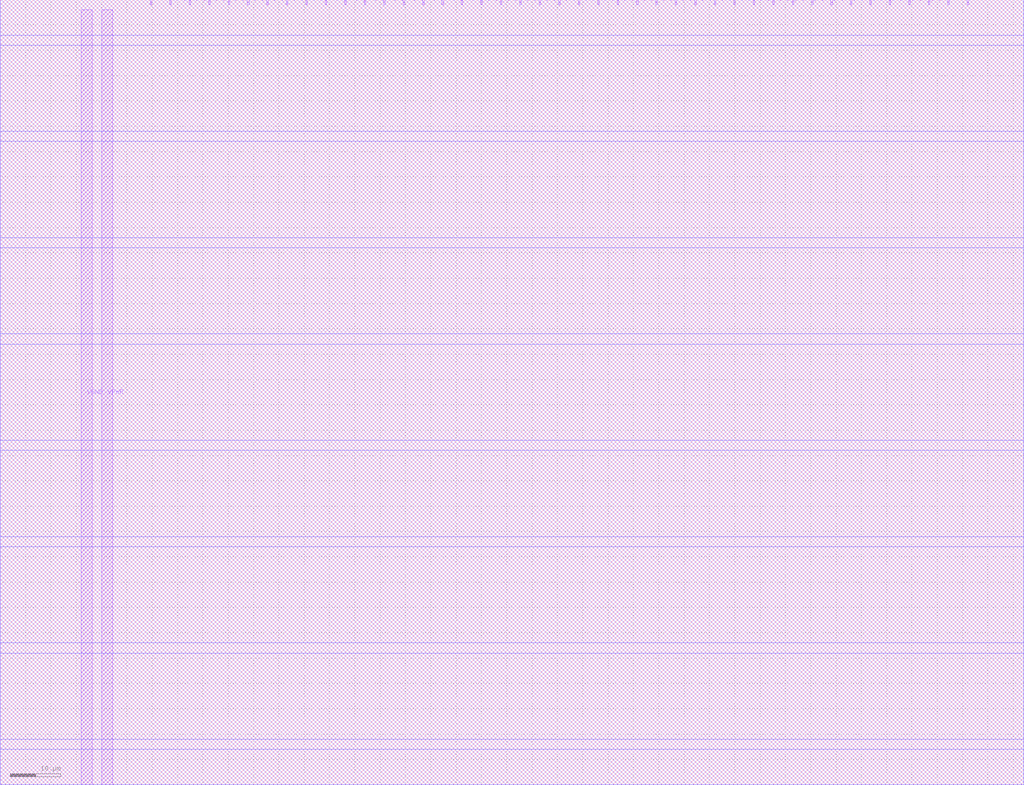
<source format=lef>
VERSION 5.7 ;
  NOWIREEXTENSIONATPIN ON ;
  DIVIDERCHAR "/" ;
  BUSBITCHARS "[]" ;
MACRO tt_um_htfab_yadge
  CLASS BLOCK ;
  FOREIGN tt_um_htfab_yadge ;
  ORIGIN 0.000 0.000 ;
  SIZE 202.080 BY 154.980 ;
  PIN clk
    PORT
      LAYER Metal5 ;
        RECT 187.050 153.980 187.350 154.980 ;
    END
  END clk
  PIN ena
    PORT
      LAYER Metal5 ;
        RECT 190.890 153.980 191.190 154.980 ;
    END
  END ena
  PIN rst_n
    PORT
      LAYER Metal5 ;
        RECT 183.210 153.980 183.510 154.980 ;
    END
  END rst_n
  PIN ui_in[0]
    PORT
      LAYER Metal5 ;
        RECT 179.370 153.980 179.670 154.980 ;
    END
  END ui_in[0]
  PIN ui_in[1]
    PORT
      LAYER Metal5 ;
        RECT 175.530 153.980 175.830 154.980 ;
    END
  END ui_in[1]
  PIN ui_in[2]
    PORT
      LAYER Metal5 ;
        RECT 171.690 153.980 171.990 154.980 ;
    END
  END ui_in[2]
  PIN ui_in[3]
    PORT
      LAYER Metal5 ;
        RECT 167.850 153.980 168.150 154.980 ;
    END
  END ui_in[3]
  PIN ui_in[4]
    PORT
      LAYER Metal5 ;
        RECT 164.010 153.980 164.310 154.980 ;
    END
  END ui_in[4]
  PIN ui_in[5]
    PORT
      LAYER Metal5 ;
        RECT 160.170 153.980 160.470 154.980 ;
    END
  END ui_in[5]
  PIN ui_in[6]
    PORT
      LAYER Metal5 ;
        RECT 156.330 153.980 156.630 154.980 ;
    END
  END ui_in[6]
  PIN ui_in[7]
    PORT
      LAYER Metal5 ;
        RECT 152.490 153.980 152.790 154.980 ;
    END
  END ui_in[7]
  PIN uio_in[0]
    PORT
      LAYER Metal5 ;
        RECT 148.650 153.980 148.950 154.980 ;
    END
  END uio_in[0]
  PIN uio_in[1]
    PORT
      LAYER Metal5 ;
        RECT 144.810 153.980 145.110 154.980 ;
    END
  END uio_in[1]
  PIN uio_in[2]
    PORT
      LAYER Metal5 ;
        RECT 140.970 153.980 141.270 154.980 ;
    END
  END uio_in[2]
  PIN uio_in[3]
    PORT
      LAYER Metal5 ;
        RECT 137.130 153.980 137.430 154.980 ;
    END
  END uio_in[3]
  PIN uio_in[4]
    PORT
      LAYER Metal5 ;
        RECT 133.290 153.980 133.590 154.980 ;
    END
  END uio_in[4]
  PIN uio_in[5]
    PORT
      LAYER Metal5 ;
        RECT 129.450 153.980 129.750 154.980 ;
    END
  END uio_in[5]
  PIN uio_in[6]
    PORT
      LAYER Metal5 ;
        RECT 125.610 153.980 125.910 154.980 ;
    END
  END uio_in[6]
  PIN uio_in[7]
    PORT
      LAYER Metal5 ;
        RECT 121.770 153.980 122.070 154.980 ;
    END
  END uio_in[7]
  PIN uio_oe[0]
    PORT
      LAYER Metal5 ;
        RECT 56.490 153.980 56.790 154.980 ;
    END
  END uio_oe[0]
  PIN uio_oe[1]
    PORT
      LAYER Metal5 ;
        RECT 52.650 153.980 52.950 154.980 ;
    END
  END uio_oe[1]
  PIN uio_oe[2]
    PORT
      LAYER Metal5 ;
        RECT 48.810 153.980 49.110 154.980 ;
    END
  END uio_oe[2]
  PIN uio_oe[3]
    PORT
      LAYER Metal5 ;
        RECT 44.970 153.980 45.270 154.980 ;
    END
  END uio_oe[3]
  PIN uio_oe[4]
    PORT
      LAYER Metal5 ;
        RECT 41.130 153.980 41.430 154.980 ;
    END
  END uio_oe[4]
  PIN uio_oe[5]
    PORT
      LAYER Metal5 ;
        RECT 37.290 153.980 37.590 154.980 ;
    END
  END uio_oe[5]
  PIN uio_oe[6]
    PORT
      LAYER Metal5 ;
        RECT 33.450 153.980 33.750 154.980 ;
    END
  END uio_oe[6]
  PIN uio_oe[7]
    PORT
      LAYER Metal5 ;
        RECT 29.610 153.980 29.910 154.980 ;
    END
  END uio_oe[7]
  PIN uio_out[0]
    PORT
      LAYER Metal5 ;
        RECT 87.210 153.980 87.510 154.980 ;
    END
  END uio_out[0]
  PIN uio_out[1]
    PORT
      LAYER Metal5 ;
        RECT 83.370 153.980 83.670 154.980 ;
    END
  END uio_out[1]
  PIN uio_out[2]
    PORT
      LAYER Metal5 ;
        RECT 79.530 153.980 79.830 154.980 ;
    END
  END uio_out[2]
  PIN uio_out[3]
    PORT
      LAYER Metal5 ;
        RECT 75.690 153.980 75.990 154.980 ;
    END
  END uio_out[3]
  PIN uio_out[4]
    PORT
      LAYER Metal5 ;
        RECT 71.850 153.980 72.150 154.980 ;
    END
  END uio_out[4]
  PIN uio_out[5]
    PORT
      LAYER Metal5 ;
        RECT 68.010 153.980 68.310 154.980 ;
    END
  END uio_out[5]
  PIN uio_out[6]
    PORT
      LAYER Metal5 ;
        RECT 64.170 153.980 64.470 154.980 ;
    END
  END uio_out[6]
  PIN uio_out[7]
    PORT
      LAYER Metal5 ;
        RECT 60.330 153.980 60.630 154.980 ;
    END
  END uio_out[7]
  PIN uo_out[0]
    PORT
      LAYER Metal5 ;
        RECT 117.930 153.980 118.230 154.980 ;
    END
  END uo_out[0]
  PIN uo_out[1]
    PORT
      LAYER Metal5 ;
        RECT 114.090 153.980 114.390 154.980 ;
    END
  END uo_out[1]
  PIN uo_out[2]
    PORT
      LAYER Metal5 ;
        RECT 110.250 153.980 110.550 154.980 ;
    END
  END uo_out[2]
  PIN uo_out[3]
    PORT
      LAYER Metal5 ;
        RECT 106.410 153.980 106.710 154.980 ;
    END
  END uo_out[3]
  PIN uo_out[4]
    PORT
      LAYER Metal5 ;
        RECT 102.570 153.980 102.870 154.980 ;
    END
  END uo_out[4]
  PIN uo_out[5]
    PORT
      LAYER Metal5 ;
        RECT 98.730 153.980 99.030 154.980 ;
    END
  END uo_out[5]
  PIN uo_out[6]
    PORT
      LAYER Metal5 ;
        RECT 94.890 153.980 95.190 154.980 ;
    END
  END uo_out[6]
  PIN uo_out[7]
    PORT
      LAYER Metal5 ;
        RECT 91.050 153.980 91.350 154.980 ;
    END
  END uo_out[7]
  PIN VGND
    PORT
      LAYER Metal5 ;
        RECT 16.000 0.000 18.200 152.980 ;
    END
  END VGND
  PIN VPWR
    PORT
      LAYER Metal5 ;
        RECT 20.000 0.000 22.200 152.980 ;
    END
  END VPWR
  OBS
      LAYER TopMetal1 ;
        RECT 0.000 148.000 202.080 154.980 ;
      LAYER TopMetal1 ;
        RECT 0.000 146.000 202.080 148.000 ;
      LAYER TopMetal1 ;
        RECT 0.000 129.000 202.080 146.000 ;
      LAYER TopMetal1 ;
        RECT 0.000 127.000 202.080 129.000 ;
      LAYER TopMetal1 ;
        RECT 0.000 108.000 202.080 127.000 ;
      LAYER TopMetal1 ;
        RECT 0.000 106.000 202.080 108.000 ;
      LAYER TopMetal1 ;
        RECT 0.000 89.000 202.080 106.000 ;
      LAYER TopMetal1 ;
        RECT 0.000 87.000 202.080 89.000 ;
      LAYER TopMetal1 ;
        RECT 0.000 68.000 202.080 87.000 ;
      LAYER TopMetal1 ;
        RECT 0.000 66.000 202.080 68.000 ;
      LAYER TopMetal1 ;
        RECT 0.000 49.000 202.080 66.000 ;
      LAYER TopMetal1 ;
        RECT 0.000 47.000 202.080 49.000 ;
      LAYER TopMetal1 ;
        RECT 0.000 28.000 202.080 47.000 ;
      LAYER TopMetal1 ;
        RECT 0.000 26.000 202.080 28.000 ;
      LAYER TopMetal1 ;
        RECT 0.000 9.000 202.080 26.000 ;
      LAYER TopMetal1 ;
        RECT 0.000 7.000 202.080 9.000 ;
      LAYER TopMetal1 ;
        RECT 0.000 0.000 202.080 7.000 ;
  END
END tt_um_htfab_yadge
END LIBRARY


</source>
